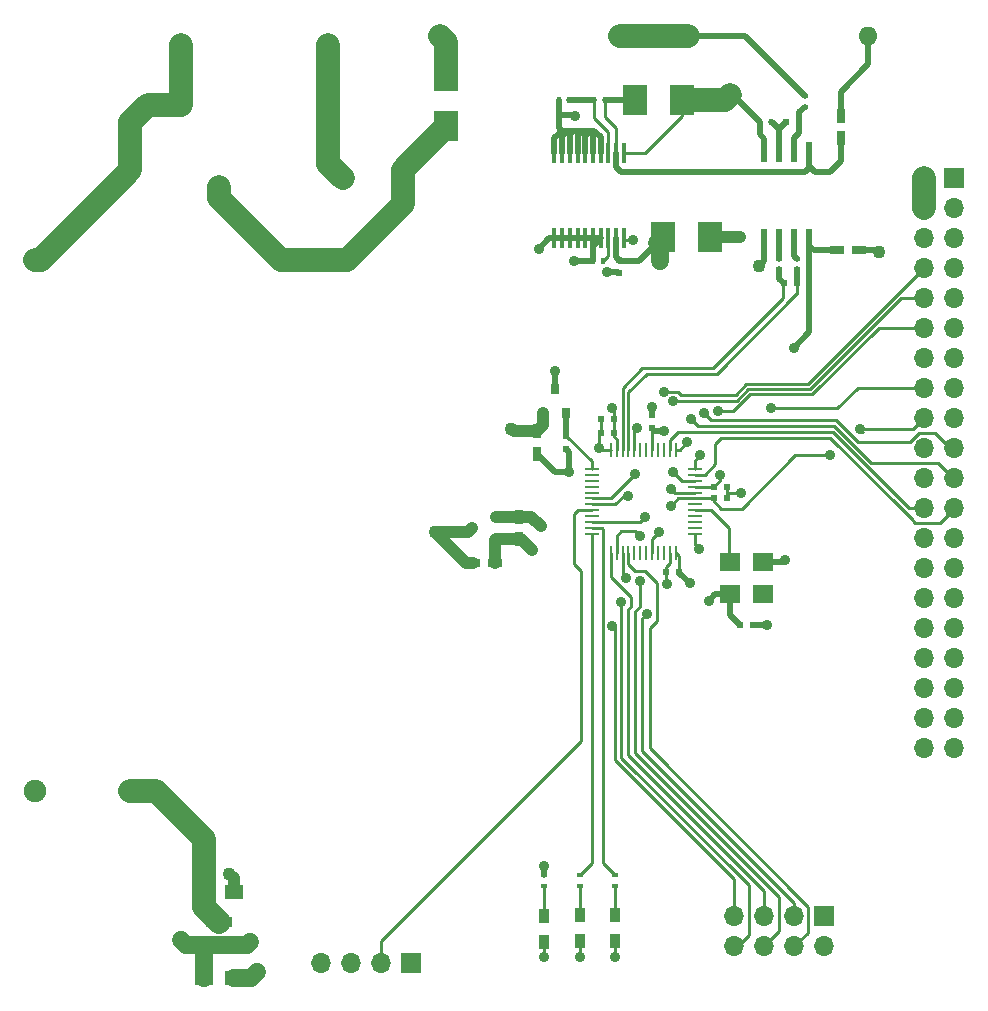
<source format=gbr>
G04 #@! TF.FileFunction,Copper,L1,Top,Signal*
%FSLAX46Y46*%
G04 Gerber Fmt 4.6, Leading zero omitted, Abs format (unit mm)*
G04 Created by KiCad (PCBNEW 4.0.7) date Thu Jul  5 02:12:39 2018*
%MOMM*%
%LPD*%
G01*
G04 APERTURE LIST*
%ADD10C,0.100000*%
%ADD11R,0.550000X1.750000*%
%ADD12C,1.900000*%
%ADD13R,1.700000X1.700000*%
%ADD14O,1.700000X1.700000*%
%ADD15R,0.900000X0.800000*%
%ADD16R,0.750000X1.200000*%
%ADD17R,1.200000X0.750000*%
%ADD18C,1.600000*%
%ADD19O,1.600000X1.600000*%
%ADD20R,1.300000X0.250000*%
%ADD21R,0.250000X1.300000*%
%ADD22R,0.800000X0.900000*%
%ADD23R,0.600000X0.400000*%
%ADD24R,0.400000X0.600000*%
%ADD25R,2.300000X0.850000*%
%ADD26C,1.400000*%
%ADD27C,1.000000*%
%ADD28R,2.030000X2.650000*%
%ADD29R,0.900000X1.200000*%
%ADD30R,0.600000X0.500000*%
%ADD31R,0.500000X0.600000*%
%ADD32R,2.000000X2.500000*%
%ADD33R,1.500000X1.250000*%
%ADD34R,0.450000X1.750000*%
%ADD35R,1.800000X1.540000*%
%ADD36C,1.800000*%
%ADD37C,0.900000*%
%ADD38C,1.100000*%
%ADD39C,0.500000*%
%ADD40C,0.254000*%
%ADD41C,2.000000*%
%ADD42C,1.500000*%
%ADD43C,1.000000*%
G04 APERTURE END LIST*
D10*
D11*
X165735000Y-86310000D03*
X164465000Y-86310000D03*
X163195000Y-86310000D03*
X161925000Y-86310000D03*
X161925000Y-93710000D03*
X163195000Y-93710000D03*
X164465000Y-93710000D03*
X165735000Y-93710000D03*
D12*
X108200000Y-140450000D03*
X100200000Y-140450000D03*
X121000000Y-95450000D03*
X100200000Y-95450000D03*
D13*
X178000000Y-88500000D03*
D14*
X175460000Y-88500000D03*
X178000000Y-91040000D03*
X175460000Y-91040000D03*
X178000000Y-93580000D03*
X175460000Y-93580000D03*
X178000000Y-96120000D03*
X175460000Y-96120000D03*
X178000000Y-98660000D03*
X175460000Y-98660000D03*
X178000000Y-101200000D03*
X175460000Y-101200000D03*
X178000000Y-103740000D03*
X175460000Y-103740000D03*
X178000000Y-106280000D03*
X175460000Y-106280000D03*
X178000000Y-108820000D03*
X175460000Y-108820000D03*
X178000000Y-111360000D03*
X175460000Y-111360000D03*
X178000000Y-113900000D03*
X175460000Y-113900000D03*
X178000000Y-116440000D03*
X175460000Y-116440000D03*
X178000000Y-118980000D03*
X175460000Y-118980000D03*
X178000000Y-121520000D03*
X175460000Y-121520000D03*
X178000000Y-124060000D03*
X175460000Y-124060000D03*
X178000000Y-126600000D03*
X175460000Y-126600000D03*
X178000000Y-129140000D03*
X175460000Y-129140000D03*
X178000000Y-131680000D03*
X175460000Y-131680000D03*
X178000000Y-134220000D03*
X175460000Y-134220000D03*
X178000000Y-136760000D03*
X175460000Y-136760000D03*
D13*
X167000000Y-151000000D03*
D14*
X167000000Y-153540000D03*
X164460000Y-151000000D03*
X164460000Y-153540000D03*
X161920000Y-151000000D03*
X161920000Y-153540000D03*
X159380000Y-151000000D03*
X159380000Y-153540000D03*
D15*
X139170000Y-119090000D03*
X139170000Y-117190000D03*
X137170000Y-118140000D03*
D16*
X141170000Y-117190000D03*
X141170000Y-119090000D03*
D17*
X137220000Y-121140000D03*
X139120000Y-121140000D03*
D18*
X134500000Y-76500000D03*
D19*
X149740000Y-76500000D03*
D18*
X155500000Y-76500000D03*
D19*
X170740000Y-76500000D03*
D20*
X156020000Y-118640000D03*
X156020000Y-118140000D03*
X156020000Y-117640000D03*
X156020000Y-117140000D03*
X156020000Y-116640000D03*
X156020000Y-116140000D03*
X156020000Y-115640000D03*
X156020000Y-115140000D03*
X156020000Y-114640000D03*
X156020000Y-114140000D03*
X156020000Y-113640000D03*
X156020000Y-113140000D03*
D21*
X154420000Y-111540000D03*
X153920000Y-111540000D03*
X153420000Y-111540000D03*
X152920000Y-111540000D03*
X152420000Y-111540000D03*
X151920000Y-111540000D03*
X151420000Y-111540000D03*
X150920000Y-111540000D03*
X150420000Y-111540000D03*
X149920000Y-111540000D03*
X149420000Y-111540000D03*
X148920000Y-111540000D03*
D20*
X147320000Y-113140000D03*
X147320000Y-113640000D03*
X147320000Y-114140000D03*
X147320000Y-114640000D03*
X147320000Y-115140000D03*
X147320000Y-115640000D03*
X147320000Y-116140000D03*
X147320000Y-116640000D03*
X147320000Y-117140000D03*
X147320000Y-117640000D03*
X147320000Y-118140000D03*
X147320000Y-118640000D03*
D21*
X148920000Y-120240000D03*
X149420000Y-120240000D03*
X149920000Y-120240000D03*
X150420000Y-120240000D03*
X150920000Y-120240000D03*
X151420000Y-120240000D03*
X151920000Y-120240000D03*
X152420000Y-120240000D03*
X152920000Y-120240000D03*
X153420000Y-120240000D03*
X153920000Y-120240000D03*
X154420000Y-120240000D03*
D22*
X143220000Y-108390000D03*
X145120000Y-108390000D03*
X144170000Y-106390000D03*
D23*
X146300000Y-148450000D03*
X146300000Y-147550000D03*
X149300000Y-148450000D03*
X149300000Y-147550000D03*
X143300000Y-148450000D03*
X143300000Y-147550000D03*
X163200000Y-96250000D03*
X163200000Y-95350000D03*
X164700000Y-96250000D03*
X164700000Y-95350000D03*
D24*
X148280000Y-95510000D03*
X147380000Y-95510000D03*
X145404000Y-81944000D03*
X144504000Y-81944000D03*
X148404000Y-81944000D03*
X147504000Y-81944000D03*
X162450000Y-83750000D03*
X161550000Y-83750000D03*
D23*
X165330000Y-82460000D03*
X165330000Y-81560000D03*
D25*
X115750000Y-151525000D03*
X115750000Y-153475000D03*
D13*
X132000000Y-155000000D03*
D14*
X129460000Y-155000000D03*
X126920000Y-155000000D03*
X124380000Y-155000000D03*
D26*
X112500000Y-82290000D03*
X112500000Y-77210000D03*
X125000000Y-82290000D03*
X125000000Y-77210000D03*
D27*
X131290000Y-88500000D03*
X126210000Y-88500000D03*
D28*
X135000000Y-79910000D03*
X135000000Y-84090000D03*
D29*
X146300000Y-153100000D03*
X146300000Y-150900000D03*
X149300000Y-153100000D03*
X149300000Y-150900000D03*
X143300000Y-153200000D03*
X143300000Y-151000000D03*
D30*
X157620000Y-115640000D03*
X158720000Y-115640000D03*
X148120000Y-110140000D03*
X149220000Y-110140000D03*
X148120000Y-108890000D03*
X149220000Y-108890000D03*
X157620000Y-114640000D03*
X158720000Y-114640000D03*
D31*
X152420000Y-109690000D03*
X152420000Y-108590000D03*
D30*
X154720000Y-121890000D03*
X153620000Y-121890000D03*
X159870000Y-126390000D03*
X160970000Y-126390000D03*
D31*
X145170000Y-110340000D03*
X145170000Y-111440000D03*
D16*
X142670000Y-109940000D03*
X142670000Y-111840000D03*
D32*
X153330000Y-93510000D03*
X157330000Y-93510000D03*
D30*
X164650000Y-97400000D03*
X163550000Y-97400000D03*
D33*
X114500000Y-156250000D03*
X117000000Y-156250000D03*
D31*
X149580000Y-95460000D03*
X149580000Y-96560000D03*
D17*
X168050000Y-94600000D03*
X169950000Y-94600000D03*
D33*
X114500000Y-149000000D03*
X117000000Y-149000000D03*
D32*
X150954000Y-81944000D03*
X154954000Y-81944000D03*
D30*
X164880000Y-83760000D03*
X163780000Y-83760000D03*
D16*
X168400000Y-85150000D03*
X168400000Y-83250000D03*
D34*
X144155000Y-93610000D03*
X144805000Y-93610000D03*
X145455000Y-93610000D03*
X146105000Y-93610000D03*
X146755000Y-93610000D03*
X147405000Y-93610000D03*
X148055000Y-93610000D03*
X148705000Y-93610000D03*
X149355000Y-93610000D03*
X150005000Y-93610000D03*
X150005000Y-86410000D03*
X149355000Y-86410000D03*
X148705000Y-86410000D03*
X148055000Y-86410000D03*
X147405000Y-86410000D03*
X146755000Y-86410000D03*
X146105000Y-86410000D03*
X145455000Y-86410000D03*
X144805000Y-86410000D03*
X144155000Y-86410000D03*
D35*
X161820000Y-123730000D03*
X161820000Y-121050000D03*
X159020000Y-121050000D03*
X159020000Y-123730000D03*
D36*
X115750000Y-89250000D03*
X108250000Y-87850000D03*
D37*
X145900000Y-83300000D03*
D38*
X159000000Y-81500000D03*
X161500000Y-96000000D03*
X171600000Y-94800000D03*
X119000000Y-155750000D03*
D37*
X142830000Y-94510000D03*
X145830000Y-95510000D03*
X148580000Y-96510000D03*
X150830000Y-93760000D03*
X159830000Y-93510000D03*
D38*
X116600000Y-147400000D03*
D37*
X149000000Y-108000000D03*
X154000000Y-114800000D03*
X142250000Y-120000000D03*
X163670000Y-120890000D03*
X162170000Y-126390000D03*
X143300000Y-154500000D03*
X149300000Y-154500000D03*
X146300000Y-154500000D03*
X145420000Y-113390000D03*
X152420000Y-107890000D03*
X144170000Y-104890000D03*
X159920000Y-115140000D03*
X153670000Y-122890000D03*
X157200000Y-124300000D03*
X164400000Y-102900000D03*
X155600000Y-122800000D03*
X143000000Y-118000000D03*
X156420000Y-119890000D03*
X153420000Y-109890000D03*
X147920000Y-111390000D03*
X158170000Y-113640000D03*
D38*
X112500000Y-153000000D03*
X118400000Y-153200000D03*
X140500000Y-109750000D03*
X134000000Y-118500000D03*
X153080000Y-95510000D03*
D37*
X143250000Y-146750000D03*
X153400000Y-106600000D03*
X150400000Y-115400000D03*
X152000000Y-125400000D03*
X151800000Y-117200000D03*
X151400000Y-118800000D03*
X151400000Y-122600000D03*
X149800000Y-124400000D03*
X150200000Y-122400000D03*
X151170000Y-109640000D03*
X170000000Y-109750000D03*
X167500000Y-112000000D03*
X149000000Y-126400000D03*
X154000000Y-116250000D03*
X162500000Y-108000000D03*
X153000000Y-118500000D03*
X154200000Y-113400000D03*
X158000000Y-108250000D03*
X156800000Y-108400000D03*
X156500000Y-112000000D03*
X155400000Y-110900000D03*
X155700000Y-108900000D03*
X154200000Y-107400000D03*
X151000000Y-113600000D03*
D39*
X165735000Y-86310000D02*
X165735000Y-87535000D01*
X168400000Y-87100000D02*
X168400000Y-85150000D01*
X167500000Y-88000000D02*
X168400000Y-87100000D01*
X166200000Y-88000000D02*
X167500000Y-88000000D01*
X165735000Y-87535000D02*
X166200000Y-88000000D01*
D40*
X148404000Y-81944000D02*
X148404000Y-83304000D01*
X149355000Y-84255000D02*
X149355000Y-86410000D01*
X148404000Y-83304000D02*
X149355000Y-84255000D01*
D39*
X149355000Y-86410000D02*
X149355000Y-87555000D01*
X148404000Y-81944000D02*
X150954000Y-81944000D01*
X165635000Y-87765000D02*
X165735000Y-87765000D01*
X165400000Y-88000000D02*
X165635000Y-87765000D01*
X165735000Y-87765000D02*
X165735000Y-86835000D01*
X149800000Y-88000000D02*
X165400000Y-88000000D01*
X149355000Y-87555000D02*
X149800000Y-88000000D01*
X168400000Y-83250000D02*
X168400000Y-81200000D01*
X170740000Y-78860000D02*
X170740000Y-76500000D01*
X168400000Y-81200000D02*
X170740000Y-78860000D01*
X144504000Y-83200000D02*
X145800000Y-83200000D01*
X145800000Y-83200000D02*
X145900000Y-83300000D01*
X159000000Y-81500000D02*
X159300000Y-81500000D01*
X159300000Y-81500000D02*
X161550000Y-83750000D01*
D40*
X150005000Y-86410000D02*
X151790000Y-86410000D01*
X154954000Y-83246000D02*
X154954000Y-81944000D01*
X151790000Y-86410000D02*
X154954000Y-83246000D01*
D41*
X158556000Y-81944000D02*
X154954000Y-81944000D01*
X159000000Y-81500000D02*
X158556000Y-81944000D01*
X108250000Y-87850000D02*
X108250000Y-83750000D01*
X109710000Y-82290000D02*
X112500000Y-82290000D01*
X108250000Y-83750000D02*
X109710000Y-82290000D01*
X100200000Y-95450000D02*
X100650000Y-95450000D01*
X100650000Y-95450000D02*
X108250000Y-87850000D01*
X112500000Y-77210000D02*
X112500000Y-82290000D01*
X108250000Y-87750000D02*
X108250000Y-87850000D01*
D39*
X144504000Y-81944000D02*
X144504000Y-83200000D01*
X144504000Y-83200000D02*
X144504000Y-84254000D01*
X144504000Y-84254000D02*
X144750000Y-84500000D01*
X161925000Y-86835000D02*
X161925000Y-85175000D01*
X161550000Y-84800000D02*
X161550000Y-83750000D01*
X161925000Y-85175000D02*
X161550000Y-84800000D01*
X144155000Y-86410000D02*
X144155000Y-85095000D01*
X144750000Y-84500000D02*
X145250000Y-84500000D01*
X144155000Y-85095000D02*
X144750000Y-84500000D01*
X144805000Y-86410000D02*
X144805000Y-84945000D01*
X145250000Y-84500000D02*
X145750000Y-84500000D01*
X144805000Y-84945000D02*
X145250000Y-84500000D01*
X145455000Y-84795000D02*
X145750000Y-84500000D01*
X146105000Y-86410000D02*
X146105000Y-84895000D01*
X146105000Y-84895000D02*
X146500000Y-84500000D01*
X146755000Y-86410000D02*
X146755000Y-84995000D01*
X147405000Y-86410000D02*
X147405000Y-84655000D01*
D40*
X150005000Y-86410000D02*
X150005000Y-86085000D01*
D39*
X161925000Y-86835000D02*
X161925000Y-86355000D01*
X148055000Y-85055000D02*
X147500000Y-84500000D01*
X147500000Y-84500000D02*
X147250000Y-84500000D01*
X145750000Y-84500000D02*
X147250000Y-84500000D01*
X146500000Y-84500000D02*
X147250000Y-84500000D01*
X146755000Y-84995000D02*
X147250000Y-84500000D01*
X147405000Y-84655000D02*
X147250000Y-84500000D01*
D40*
X147405000Y-84655000D02*
X147250000Y-84500000D01*
D39*
X148055000Y-86410000D02*
X148055000Y-85055000D01*
X145455000Y-86410000D02*
X145455000Y-84795000D01*
X164465000Y-86310000D02*
X164465000Y-85135000D01*
X164880000Y-84720000D02*
X164880000Y-83760000D01*
X164465000Y-85135000D02*
X164880000Y-84720000D01*
X164880000Y-83760000D02*
X164880000Y-82910000D01*
X164880000Y-82910000D02*
X165330000Y-82460000D01*
X162450000Y-83750000D02*
X162600000Y-83750000D01*
X162600000Y-83750000D02*
X163195000Y-84345000D01*
X163195000Y-86835000D02*
X163195000Y-84345000D01*
X163195000Y-84345000D02*
X163780000Y-83760000D01*
D41*
X108200000Y-140450000D02*
X110450000Y-140450000D01*
X110450000Y-140450000D02*
X114500000Y-144500000D01*
X114500000Y-149000000D02*
X114500000Y-150275000D01*
X114500000Y-150275000D02*
X115750000Y-151525000D01*
X114500000Y-144500000D02*
X114500000Y-149000000D01*
D39*
X161925000Y-93710000D02*
X161925000Y-95575000D01*
X161925000Y-95575000D02*
X161500000Y-96000000D01*
X169950000Y-94600000D02*
X171400000Y-94600000D01*
X171400000Y-94600000D02*
X171600000Y-94800000D01*
X161925000Y-93185000D02*
X161925000Y-93915000D01*
D42*
X117000000Y-156250000D02*
X118500000Y-156250000D01*
D43*
X118500000Y-156250000D02*
X119000000Y-155750000D01*
D42*
X118500000Y-156250000D02*
X119000000Y-155750000D01*
D39*
X144155000Y-93610000D02*
X143730000Y-93610000D01*
X143730000Y-93610000D02*
X142830000Y-94510000D01*
X147380000Y-95510000D02*
X145830000Y-95510000D01*
X149530000Y-96510000D02*
X148580000Y-96510000D01*
D40*
X150155000Y-93760000D02*
X150830000Y-93760000D01*
D43*
X157330000Y-93510000D02*
X159830000Y-93510000D01*
X117000000Y-149000000D02*
X117000000Y-147800000D01*
X117000000Y-147800000D02*
X116600000Y-147400000D01*
D40*
X149220000Y-108890000D02*
X149220000Y-108220000D01*
X149220000Y-108220000D02*
X149000000Y-108000000D01*
X156020000Y-115140000D02*
X154340000Y-115140000D01*
X154340000Y-115140000D02*
X154000000Y-114800000D01*
D43*
X141170000Y-119090000D02*
X141340000Y-119090000D01*
X141340000Y-119090000D02*
X142250000Y-120000000D01*
D39*
X161820000Y-121050000D02*
X163510000Y-121050000D01*
X163510000Y-121050000D02*
X163670000Y-120890000D01*
D43*
X139120000Y-121140000D02*
X139120000Y-119140000D01*
X139120000Y-119140000D02*
X139170000Y-119090000D01*
X139170000Y-119090000D02*
X141170000Y-119090000D01*
D39*
X160970000Y-126390000D02*
X162170000Y-126390000D01*
D40*
X143300000Y-153100000D02*
X143300000Y-154500000D01*
D39*
X145170000Y-111440000D02*
X145420000Y-111690000D01*
X145420000Y-111690000D02*
X145420000Y-113390000D01*
X142670000Y-111840000D02*
X144220000Y-113390000D01*
X144220000Y-113390000D02*
X145420000Y-113390000D01*
X149580000Y-96560000D02*
X149530000Y-96510000D01*
D40*
X150005000Y-93610000D02*
X150155000Y-93760000D01*
D39*
X148055000Y-93610000D02*
X147405000Y-93610000D01*
X144155000Y-93610000D02*
X144805000Y-93610000D01*
X144805000Y-93610000D02*
X145455000Y-93610000D01*
X145455000Y-93610000D02*
X146105000Y-93610000D01*
X146105000Y-93610000D02*
X146755000Y-93610000D01*
X146755000Y-93610000D02*
X147405000Y-93610000D01*
X147405000Y-93610000D02*
X144155000Y-93610000D01*
X152420000Y-108590000D02*
X152420000Y-107890000D01*
X144170000Y-106390000D02*
X144170000Y-104890000D01*
D40*
X149300000Y-153100000D02*
X149300000Y-154500000D01*
X146300000Y-153100000D02*
X146300000Y-154500000D01*
D39*
X148055000Y-93610000D02*
X147405000Y-94260000D01*
X147380000Y-95510000D02*
X147405000Y-95485000D01*
X147405000Y-95485000D02*
X147405000Y-93610000D01*
D40*
X149220000Y-110140000D02*
X149220000Y-110440000D01*
X149420000Y-110640000D02*
X149420000Y-111540000D01*
X149220000Y-110440000D02*
X149420000Y-110640000D01*
X149220000Y-108890000D02*
X149220000Y-110140000D01*
X153620000Y-121890000D02*
X153620000Y-122840000D01*
X153620000Y-122840000D02*
X153670000Y-122890000D01*
X153620000Y-121890000D02*
X153620000Y-121440000D01*
X153920000Y-121140000D02*
X153920000Y-120240000D01*
X153620000Y-121440000D02*
X153920000Y-121140000D01*
X158720000Y-115140000D02*
X159920000Y-115140000D01*
X158720000Y-114640000D02*
X158720000Y-115140000D01*
X158720000Y-115140000D02*
X158720000Y-115640000D01*
D39*
X168050000Y-94600000D02*
X166100000Y-94600000D01*
X166100000Y-94600000D02*
X165735000Y-94235000D01*
X165735000Y-94235000D02*
X165735000Y-93710000D01*
X157770000Y-123730000D02*
X157200000Y-124300000D01*
X159020000Y-123730000D02*
X157770000Y-123730000D01*
X159020000Y-123730000D02*
X159020000Y-125540000D01*
X159020000Y-125540000D02*
X159870000Y-126390000D01*
X165735000Y-93185000D02*
X165735000Y-101565000D01*
X165735000Y-101565000D02*
X164400000Y-102900000D01*
X154720000Y-121890000D02*
X154720000Y-121920000D01*
X154720000Y-121920000D02*
X155600000Y-122800000D01*
D43*
X141170000Y-117190000D02*
X142190000Y-117190000D01*
X142190000Y-117190000D02*
X143000000Y-118000000D01*
X139170000Y-117190000D02*
X141170000Y-117190000D01*
D40*
X156020000Y-118640000D02*
X156020000Y-119490000D01*
X156020000Y-119490000D02*
X156420000Y-119890000D01*
D39*
X152420000Y-109690000D02*
X152620000Y-109890000D01*
X152620000Y-109890000D02*
X153420000Y-109890000D01*
X158860000Y-123890000D02*
X159020000Y-123730000D01*
D40*
X158860000Y-123890000D02*
X159020000Y-123730000D01*
X148120000Y-108890000D02*
X148120000Y-110140000D01*
X147920000Y-110340000D02*
X147920000Y-111390000D01*
X148070000Y-111540000D02*
X147920000Y-111390000D01*
X148070000Y-111540000D02*
X148920000Y-111540000D01*
X147920000Y-110340000D02*
X148120000Y-110140000D01*
X154720000Y-121890000D02*
X154720000Y-120540000D01*
X154720000Y-120540000D02*
X154420000Y-120240000D01*
X157620000Y-114640000D02*
X158170000Y-114090000D01*
X158170000Y-114090000D02*
X158170000Y-113640000D01*
X156020000Y-114640000D02*
X157620000Y-114640000D01*
X152420000Y-109690000D02*
X152420000Y-111540000D01*
D41*
X175460000Y-88500000D02*
X175460000Y-91040000D01*
D42*
X115750000Y-153475000D02*
X112975000Y-153475000D01*
X112975000Y-153475000D02*
X112500000Y-153000000D01*
X115750000Y-153475000D02*
X118125000Y-153475000D01*
X118125000Y-153475000D02*
X118400000Y-153200000D01*
D43*
X118125000Y-153475000D02*
X118400000Y-153200000D01*
D42*
X115750000Y-153475000D02*
X115025000Y-153475000D01*
X115025000Y-153475000D02*
X114500000Y-154000000D01*
X114500000Y-154000000D02*
X114500000Y-156250000D01*
D43*
X140690000Y-109940000D02*
X142670000Y-109940000D01*
X140500000Y-109750000D02*
X140690000Y-109940000D01*
D42*
X153080000Y-95510000D02*
X153080000Y-93760000D01*
D39*
X143250000Y-147500000D02*
X143250000Y-146750000D01*
X143250000Y-147500000D02*
X143300000Y-147550000D01*
X143250000Y-147500000D02*
X143300000Y-147550000D01*
D43*
X134000000Y-118500000D02*
X136810000Y-118500000D01*
X136810000Y-118500000D02*
X137170000Y-118140000D01*
X134000000Y-118500000D02*
X136640000Y-121140000D01*
X136640000Y-121140000D02*
X137220000Y-121140000D01*
X137170000Y-121090000D02*
X137220000Y-121140000D01*
D42*
X153080000Y-93760000D02*
X153330000Y-93510000D01*
X152830000Y-94010000D02*
X153330000Y-93510000D01*
X152830000Y-94010000D02*
X153330000Y-93510000D01*
D39*
X149580000Y-95460000D02*
X149630000Y-95510000D01*
X149630000Y-95510000D02*
X151330000Y-95510000D01*
X151330000Y-95510000D02*
X153330000Y-93510000D01*
X149580000Y-95460000D02*
X149355000Y-95235000D01*
X149355000Y-95235000D02*
X149355000Y-93610000D01*
D43*
X142670000Y-109940000D02*
X143220000Y-109390000D01*
X143220000Y-109390000D02*
X143220000Y-108390000D01*
X115750000Y-153475000D02*
X115525000Y-153475000D01*
X115750000Y-153475000D02*
X115275000Y-153475000D01*
D39*
X164700000Y-96250000D02*
X164700000Y-97350000D01*
X164700000Y-97350000D02*
X164650000Y-97400000D01*
D40*
X164650000Y-97400000D02*
X164650000Y-98350000D01*
X152000000Y-105074740D02*
X150420000Y-106654740D01*
X150420000Y-106654740D02*
X150420000Y-111540000D01*
X157925260Y-105074740D02*
X164630000Y-98370000D01*
X152000000Y-105074740D02*
X157925260Y-105074740D01*
X164650000Y-98350000D02*
X164630000Y-98370000D01*
D39*
X163200000Y-96250000D02*
X163200000Y-97050000D01*
X163200000Y-97050000D02*
X163550000Y-97400000D01*
D40*
X163500000Y-98700000D02*
X163500000Y-97450000D01*
X163500000Y-97450000D02*
X163550000Y-97400000D01*
X149920000Y-111540000D02*
X149920000Y-106280000D01*
X157600000Y-104600000D02*
X163500000Y-98700000D01*
X151600000Y-104600000D02*
X157600000Y-104600000D01*
X149920000Y-106280000D02*
X151600000Y-104600000D01*
X145170000Y-110340000D02*
X147320000Y-112490000D01*
X147320000Y-112490000D02*
X147320000Y-113140000D01*
D39*
X145120000Y-108390000D02*
X145170000Y-108440000D01*
X145170000Y-108440000D02*
X145170000Y-110340000D01*
D40*
X143300000Y-148450000D02*
X143300000Y-151000000D01*
X149300000Y-148450000D02*
X149300000Y-150900000D01*
X146300000Y-148450000D02*
X146300000Y-150900000D01*
D41*
X135000000Y-79910000D02*
X135000000Y-77000000D01*
X135000000Y-77000000D02*
X134500000Y-76500000D01*
X131290000Y-88500000D02*
X131290000Y-87800000D01*
X131290000Y-87800000D02*
X135000000Y-84090000D01*
X121000000Y-95450000D02*
X126550000Y-95450000D01*
X131290000Y-90710000D02*
X131290000Y-88500000D01*
X126550000Y-95450000D02*
X131290000Y-90710000D01*
X115750000Y-89250000D02*
X115750000Y-90200000D01*
X115750000Y-90200000D02*
X121000000Y-95450000D01*
D42*
X131500000Y-88290000D02*
X131290000Y-88500000D01*
D41*
X125000000Y-82290000D02*
X125000000Y-87290000D01*
X125000000Y-87290000D02*
X126210000Y-88500000D01*
X125000000Y-77210000D02*
X125000000Y-82290000D01*
D40*
X153400000Y-106600000D02*
X154600000Y-106600000D01*
X150000000Y-115400000D02*
X150400000Y-115400000D01*
X149260000Y-116140000D02*
X150000000Y-115400000D01*
X147320000Y-116140000D02*
X149260000Y-116140000D01*
X165586402Y-105993598D02*
X175460000Y-96120000D01*
X160406402Y-105993598D02*
X165586402Y-105993598D01*
X159500000Y-106900000D02*
X160406402Y-105993598D01*
X154900000Y-106900000D02*
X159500000Y-106900000D01*
X154600000Y-106600000D02*
X154900000Y-106900000D01*
X147320000Y-117640000D02*
X151360000Y-117640000D01*
X164460000Y-149860000D02*
X164460000Y-151000000D01*
X151600000Y-137000000D02*
X164460000Y-149860000D01*
X151600000Y-125800000D02*
X151600000Y-137000000D01*
X152000000Y-125400000D02*
X151600000Y-125800000D01*
X151360000Y-117640000D02*
X151800000Y-117200000D01*
X150420000Y-120240000D02*
X150420000Y-121220000D01*
X165600000Y-152400000D02*
X164460000Y-153540000D01*
X165600000Y-150200000D02*
X165600000Y-152400000D01*
X152200000Y-136800000D02*
X165600000Y-150200000D01*
X152200000Y-126600000D02*
X152200000Y-136800000D01*
X152800000Y-126000000D02*
X152200000Y-126600000D01*
X152800000Y-122800000D02*
X152800000Y-126000000D01*
X151800000Y-121800000D02*
X152800000Y-122800000D01*
X151000000Y-121800000D02*
X151800000Y-121800000D01*
X150420000Y-121220000D02*
X151000000Y-121800000D01*
X150400000Y-125600000D02*
X150400000Y-125000000D01*
X150600000Y-124800000D02*
X150600000Y-124000000D01*
X150400000Y-125000000D02*
X150600000Y-124800000D01*
X148920000Y-120240000D02*
X148920000Y-122320000D01*
X148920000Y-122320000D02*
X150600000Y-124000000D01*
X148920000Y-120240000D02*
X148920000Y-121720000D01*
X150400000Y-125600000D02*
X150400000Y-125800000D01*
X150400000Y-125800000D02*
X150400000Y-137400000D01*
X150400000Y-137400000D02*
X161920000Y-148920000D01*
X161920000Y-148920000D02*
X161920000Y-151000000D01*
X148920000Y-120240000D02*
X148920000Y-121720000D01*
X151000000Y-125600000D02*
X151000000Y-125200000D01*
X151000000Y-125200000D02*
X151400000Y-124800000D01*
X151400000Y-124800000D02*
X151400000Y-122600000D01*
X149420000Y-120240000D02*
X149420000Y-118780000D01*
X151000000Y-118400000D02*
X151400000Y-118800000D01*
X149800000Y-118400000D02*
X151000000Y-118400000D01*
X149420000Y-118780000D02*
X149800000Y-118400000D01*
X163200000Y-152260000D02*
X161920000Y-153540000D01*
X163200000Y-149400000D02*
X163200000Y-152260000D01*
X151000000Y-137200000D02*
X163200000Y-149400000D01*
X151000000Y-125600000D02*
X151000000Y-137200000D01*
X149920000Y-120240000D02*
X149920000Y-122120000D01*
X160600000Y-152600000D02*
X159660000Y-153540000D01*
X160600000Y-152200000D02*
X160600000Y-152600000D01*
X160600000Y-151800000D02*
X160600000Y-152200000D01*
X160600000Y-148400000D02*
X160600000Y-151800000D01*
X160000000Y-147800000D02*
X160600000Y-148400000D01*
X149800000Y-137600000D02*
X160000000Y-147800000D01*
X149800000Y-127400000D02*
X149800000Y-137600000D01*
X149800000Y-124400000D02*
X149800000Y-127400000D01*
X149920000Y-122120000D02*
X150200000Y-122400000D01*
X159660000Y-153540000D02*
X159380000Y-153540000D01*
X129460000Y-154000000D02*
X129460000Y-153140000D01*
X146400000Y-136200000D02*
X146400000Y-133400000D01*
X129460000Y-153140000D02*
X146400000Y-136200000D01*
X145800000Y-121200000D02*
X145800000Y-117000000D01*
X146400000Y-121800000D02*
X145800000Y-121200000D01*
X146400000Y-133400000D02*
X146400000Y-121800000D01*
X129460000Y-155000000D02*
X129460000Y-154000000D01*
X146160000Y-116640000D02*
X147320000Y-116640000D01*
X145800000Y-117000000D02*
X146160000Y-116640000D01*
X148280000Y-95510000D02*
X148705000Y-95085000D01*
X148705000Y-95085000D02*
X148705000Y-93610000D01*
X148705000Y-86410000D02*
X148705000Y-84635000D01*
X147504000Y-83434000D02*
X147504000Y-81944000D01*
X148705000Y-84635000D02*
X147504000Y-83434000D01*
D39*
X147504000Y-81944000D02*
X145404000Y-81944000D01*
D41*
X149740000Y-76500000D02*
X155500000Y-76500000D01*
D39*
X155500000Y-76500000D02*
X160270000Y-76500000D01*
X160270000Y-76500000D02*
X165330000Y-81560000D01*
X164465000Y-93710000D02*
X164465000Y-95115000D01*
X164465000Y-95115000D02*
X164700000Y-95350000D01*
X163195000Y-93710000D02*
X163195000Y-95345000D01*
X163195000Y-95345000D02*
X163200000Y-95350000D01*
D40*
X147320000Y-118140000D02*
X148140000Y-118140000D01*
X148250000Y-146500000D02*
X149300000Y-147550000D01*
X148250000Y-118250000D02*
X148250000Y-146500000D01*
X148140000Y-118140000D02*
X148250000Y-118250000D01*
X147320000Y-118640000D02*
X147320000Y-146530000D01*
X147320000Y-146530000D02*
X146300000Y-147550000D01*
X147320000Y-118640000D02*
X147307370Y-118627370D01*
X156020000Y-116640000D02*
X157420000Y-116640000D01*
X157420000Y-116640000D02*
X158670000Y-117890000D01*
X158670000Y-117890000D02*
X158920000Y-118140000D01*
X158920000Y-118140000D02*
X158920000Y-120950000D01*
X158920000Y-120950000D02*
X159020000Y-121050000D01*
X158330000Y-121050000D02*
X159020000Y-121050000D01*
X150920000Y-111540000D02*
X150920000Y-110140000D01*
X150920000Y-109890000D02*
X151170000Y-109640000D01*
X150920000Y-110140000D02*
X150920000Y-109890000D01*
X170000000Y-109750000D02*
X174530000Y-109750000D01*
X174530000Y-109750000D02*
X175460000Y-108820000D01*
X159000000Y-116500000D02*
X160000000Y-116500000D01*
X164500000Y-112000000D02*
X167500000Y-112000000D01*
X170000000Y-109750000D02*
X170250000Y-110000000D01*
X160000000Y-116500000D02*
X164500000Y-112000000D01*
X157620000Y-115870000D02*
X158250000Y-116500000D01*
X158250000Y-116500000D02*
X159000000Y-116500000D01*
X149250000Y-127200000D02*
X149250000Y-126650000D01*
X149250000Y-126650000D02*
X149000000Y-126400000D01*
X156020000Y-115640000D02*
X154610000Y-115640000D01*
X154610000Y-115640000D02*
X154000000Y-116250000D01*
X149250000Y-127200000D02*
X149250000Y-137750000D01*
X149250000Y-137750000D02*
X159380000Y-147880000D01*
X159380000Y-147880000D02*
X159380000Y-151000000D01*
X157620000Y-115640000D02*
X157620000Y-115870000D01*
X156020000Y-115640000D02*
X157620000Y-115640000D01*
X162500000Y-108000000D02*
X168100000Y-108000000D01*
X152420000Y-120240000D02*
X152420000Y-119080000D01*
X152420000Y-119080000D02*
X153000000Y-118500000D01*
X169820000Y-106280000D02*
X175460000Y-106280000D01*
X168100000Y-108000000D02*
X169820000Y-106280000D01*
X158000000Y-108250000D02*
X159299480Y-108250000D01*
X154940000Y-114140000D02*
X154200000Y-113400000D01*
X156020000Y-114140000D02*
X154940000Y-114140000D01*
X171600000Y-101200000D02*
X175460000Y-101200000D01*
X165993598Y-106806402D02*
X171600000Y-101200000D01*
X160743078Y-106806402D02*
X165993598Y-106806402D01*
X159299480Y-108250000D02*
X160743078Y-106806402D01*
X174550000Y-117550000D02*
X174700000Y-117700000D01*
X176800000Y-117700000D02*
X176900000Y-117600000D01*
X174700000Y-117700000D02*
X176800000Y-117700000D01*
X174500000Y-117500000D02*
X174550000Y-117550000D01*
X173400000Y-116400000D02*
X174500000Y-117500000D01*
X167500000Y-110500000D02*
X173400000Y-116400000D01*
X158250000Y-110500000D02*
X167500000Y-110500000D01*
X157750000Y-111000000D02*
X158250000Y-110500000D01*
X157750000Y-112750000D02*
X157750000Y-111000000D01*
X156860000Y-113640000D02*
X157750000Y-112750000D01*
X156020000Y-113640000D02*
X156860000Y-113640000D01*
X176900000Y-117600000D02*
X178000000Y-116500000D01*
X178000000Y-116500000D02*
X178000000Y-116440000D01*
X169850000Y-110850000D02*
X174250000Y-110850000D01*
X178000000Y-111360000D02*
X177660000Y-111360000D01*
X177660000Y-111360000D02*
X176400000Y-110100000D01*
X176400000Y-110100000D02*
X175000000Y-110100000D01*
X175000000Y-110100000D02*
X174250000Y-110850000D01*
X178000000Y-111360000D02*
X177960000Y-111360000D01*
X169850000Y-110850000D02*
X168000000Y-109000000D01*
X156020000Y-113140000D02*
X156020000Y-112480000D01*
X157400000Y-109000000D02*
X168000000Y-109000000D01*
X156800000Y-108400000D02*
X157400000Y-109000000D01*
X156020000Y-112480000D02*
X156500000Y-112000000D01*
X173300000Y-112600000D02*
X170924740Y-112600000D01*
X178000000Y-113900000D02*
X177900000Y-113900000D01*
X177900000Y-113900000D02*
X176600000Y-112600000D01*
X176600000Y-112600000D02*
X173300000Y-112600000D01*
X154420000Y-111540000D02*
X154760000Y-111540000D01*
X154760000Y-111540000D02*
X155400000Y-110900000D01*
X155700000Y-108900000D02*
X156300000Y-109500000D01*
X167824740Y-109500000D02*
X170924740Y-112600000D01*
X156300000Y-109500000D02*
X167824740Y-109500000D01*
X153920000Y-111540000D02*
X153920000Y-110680000D01*
X174140000Y-116440000D02*
X175460000Y-116440000D01*
X167700000Y-110000000D02*
X174140000Y-116440000D01*
X154600000Y-110000000D02*
X167700000Y-110000000D01*
X153920000Y-110680000D02*
X154600000Y-110000000D01*
X175460000Y-116400000D02*
X175500000Y-116440000D01*
X154200000Y-107400000D02*
X159574740Y-107400000D01*
X148960000Y-115640000D02*
X151000000Y-113600000D01*
X147320000Y-115640000D02*
X148960000Y-115640000D01*
X173494740Y-98660000D02*
X175460000Y-98660000D01*
X165754740Y-106400000D02*
X173494740Y-98660000D01*
X160574740Y-106400000D02*
X165754740Y-106400000D01*
X159574740Y-107400000D02*
X160574740Y-106400000D01*
X175437630Y-113837630D02*
X175500000Y-113900000D01*
M02*

</source>
